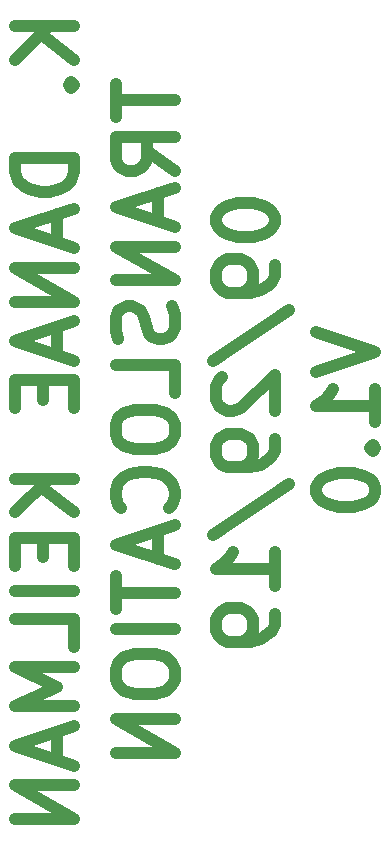
<source format=gbo>
G04 #@! TF.GenerationSoftware,KiCad,Pcbnew,(5.0.0-3-g5ebb6b6)*
G04 #@! TF.CreationDate,2019-09-30T16:34:02-06:00*
G04 #@! TF.ProjectId,VasulkaTranslocationPCB,566173756C6B615472616E736C6F6361,rev?*
G04 #@! TF.SameCoordinates,Original*
G04 #@! TF.FileFunction,Legend,Bot*
G04 #@! TF.FilePolarity,Positive*
%FSLAX46Y46*%
G04 Gerber Fmt 4.6, Leading zero omitted, Abs format (unit mm)*
G04 Created by KiCad (PCBNEW (5.0.0-3-g5ebb6b6)) date Monday, September 30, 2019 at 04:34:02 PM*
%MOMM*%
%LPD*%
G01*
G04 APERTURE LIST*
%ADD10C,1.000000*%
G04 APERTURE END LIST*
D10*
X118416904Y-128353571D02*
X113416904Y-128353571D01*
X118416904Y-131210714D02*
X115559761Y-129067857D01*
X113416904Y-131210714D02*
X116274047Y-128353571D01*
X117940714Y-133353571D02*
X118178809Y-133591666D01*
X118416904Y-133353571D01*
X118178809Y-133115476D01*
X117940714Y-133353571D01*
X118416904Y-133353571D01*
X118416904Y-139544047D02*
X113416904Y-139544047D01*
X113416904Y-140734523D01*
X113655000Y-141448809D01*
X114131190Y-141925000D01*
X114607380Y-142163095D01*
X115559761Y-142401190D01*
X116274047Y-142401190D01*
X117226428Y-142163095D01*
X117702619Y-141925000D01*
X118178809Y-141448809D01*
X118416904Y-140734523D01*
X118416904Y-139544047D01*
X116988333Y-144305952D02*
X116988333Y-146686904D01*
X118416904Y-143829761D02*
X113416904Y-145496428D01*
X118416904Y-147163095D01*
X118416904Y-148829761D02*
X113416904Y-148829761D01*
X118416904Y-151686904D01*
X113416904Y-151686904D01*
X116988333Y-153829761D02*
X116988333Y-156210714D01*
X118416904Y-153353571D02*
X113416904Y-155020238D01*
X118416904Y-156686904D01*
X115797857Y-158353571D02*
X115797857Y-160020238D01*
X118416904Y-160734523D02*
X118416904Y-158353571D01*
X113416904Y-158353571D01*
X113416904Y-160734523D01*
X118416904Y-166686904D02*
X113416904Y-166686904D01*
X118416904Y-169544047D02*
X115559761Y-167401190D01*
X113416904Y-169544047D02*
X116274047Y-166686904D01*
X115797857Y-171686904D02*
X115797857Y-173353571D01*
X118416904Y-174067857D02*
X118416904Y-171686904D01*
X113416904Y-171686904D01*
X113416904Y-174067857D01*
X118416904Y-176210714D02*
X113416904Y-176210714D01*
X118416904Y-180972619D02*
X118416904Y-178591666D01*
X113416904Y-178591666D01*
X118416904Y-182639285D02*
X113416904Y-182639285D01*
X116988333Y-184305952D01*
X113416904Y-185972619D01*
X118416904Y-185972619D01*
X116988333Y-188115476D02*
X116988333Y-190496428D01*
X118416904Y-187639285D02*
X113416904Y-189305952D01*
X118416904Y-190972619D01*
X118416904Y-192639285D02*
X113416904Y-192639285D01*
X118416904Y-195496428D01*
X113416904Y-195496428D01*
X121916904Y-133234523D02*
X121916904Y-136091666D01*
X126916904Y-134663095D02*
X121916904Y-134663095D01*
X126916904Y-140615476D02*
X124535952Y-138948809D01*
X126916904Y-137758333D02*
X121916904Y-137758333D01*
X121916904Y-139663095D01*
X122155000Y-140139285D01*
X122393095Y-140377380D01*
X122869285Y-140615476D01*
X123583571Y-140615476D01*
X124059761Y-140377380D01*
X124297857Y-140139285D01*
X124535952Y-139663095D01*
X124535952Y-137758333D01*
X125488333Y-142520238D02*
X125488333Y-144901190D01*
X126916904Y-142044047D02*
X121916904Y-143710714D01*
X126916904Y-145377380D01*
X126916904Y-147044047D02*
X121916904Y-147044047D01*
X126916904Y-149901190D01*
X121916904Y-149901190D01*
X126678809Y-152044047D02*
X126916904Y-152758333D01*
X126916904Y-153948809D01*
X126678809Y-154425000D01*
X126440714Y-154663095D01*
X125964523Y-154901190D01*
X125488333Y-154901190D01*
X125012142Y-154663095D01*
X124774047Y-154425000D01*
X124535952Y-153948809D01*
X124297857Y-152996428D01*
X124059761Y-152520238D01*
X123821666Y-152282142D01*
X123345476Y-152044047D01*
X122869285Y-152044047D01*
X122393095Y-152282142D01*
X122155000Y-152520238D01*
X121916904Y-152996428D01*
X121916904Y-154186904D01*
X122155000Y-154901190D01*
X126916904Y-159425000D02*
X126916904Y-157044047D01*
X121916904Y-157044047D01*
X121916904Y-162044047D02*
X121916904Y-162996428D01*
X122155000Y-163472619D01*
X122631190Y-163948809D01*
X123583571Y-164186904D01*
X125250238Y-164186904D01*
X126202619Y-163948809D01*
X126678809Y-163472619D01*
X126916904Y-162996428D01*
X126916904Y-162044047D01*
X126678809Y-161567857D01*
X126202619Y-161091666D01*
X125250238Y-160853571D01*
X123583571Y-160853571D01*
X122631190Y-161091666D01*
X122155000Y-161567857D01*
X121916904Y-162044047D01*
X126440714Y-169186904D02*
X126678809Y-168948809D01*
X126916904Y-168234523D01*
X126916904Y-167758333D01*
X126678809Y-167044047D01*
X126202619Y-166567857D01*
X125726428Y-166329761D01*
X124774047Y-166091666D01*
X124059761Y-166091666D01*
X123107380Y-166329761D01*
X122631190Y-166567857D01*
X122155000Y-167044047D01*
X121916904Y-167758333D01*
X121916904Y-168234523D01*
X122155000Y-168948809D01*
X122393095Y-169186904D01*
X125488333Y-171091666D02*
X125488333Y-173472619D01*
X126916904Y-170615476D02*
X121916904Y-172282142D01*
X126916904Y-173948809D01*
X121916904Y-174901190D02*
X121916904Y-177758333D01*
X126916904Y-176329761D02*
X121916904Y-176329761D01*
X126916904Y-179425000D02*
X121916904Y-179425000D01*
X121916904Y-182758333D02*
X121916904Y-183710714D01*
X122155000Y-184186904D01*
X122631190Y-184663095D01*
X123583571Y-184901190D01*
X125250238Y-184901190D01*
X126202619Y-184663095D01*
X126678809Y-184186904D01*
X126916904Y-183710714D01*
X126916904Y-182758333D01*
X126678809Y-182282142D01*
X126202619Y-181805952D01*
X125250238Y-181567857D01*
X123583571Y-181567857D01*
X122631190Y-181805952D01*
X122155000Y-182282142D01*
X121916904Y-182758333D01*
X126916904Y-187044047D02*
X121916904Y-187044047D01*
X126916904Y-189901190D01*
X121916904Y-189901190D01*
X130416904Y-144544047D02*
X130416904Y-145020238D01*
X130655000Y-145496428D01*
X130893095Y-145734523D01*
X131369285Y-145972619D01*
X132321666Y-146210714D01*
X133512142Y-146210714D01*
X134464523Y-145972619D01*
X134940714Y-145734523D01*
X135178809Y-145496428D01*
X135416904Y-145020238D01*
X135416904Y-144544047D01*
X135178809Y-144067857D01*
X134940714Y-143829761D01*
X134464523Y-143591666D01*
X133512142Y-143353571D01*
X132321666Y-143353571D01*
X131369285Y-143591666D01*
X130893095Y-143829761D01*
X130655000Y-144067857D01*
X130416904Y-144544047D01*
X135416904Y-148591666D02*
X135416904Y-149544047D01*
X135178809Y-150020238D01*
X134940714Y-150258333D01*
X134226428Y-150734523D01*
X133274047Y-150972619D01*
X131369285Y-150972619D01*
X130893095Y-150734523D01*
X130655000Y-150496428D01*
X130416904Y-150020238D01*
X130416904Y-149067857D01*
X130655000Y-148591666D01*
X130893095Y-148353571D01*
X131369285Y-148115476D01*
X132559761Y-148115476D01*
X133035952Y-148353571D01*
X133274047Y-148591666D01*
X133512142Y-149067857D01*
X133512142Y-150020238D01*
X133274047Y-150496428D01*
X133035952Y-150734523D01*
X132559761Y-150972619D01*
X130178809Y-156686904D02*
X136607380Y-152401190D01*
X130893095Y-158115476D02*
X130655000Y-158353571D01*
X130416904Y-158829761D01*
X130416904Y-160020238D01*
X130655000Y-160496428D01*
X130893095Y-160734523D01*
X131369285Y-160972619D01*
X131845476Y-160972619D01*
X132559761Y-160734523D01*
X135416904Y-157877380D01*
X135416904Y-160972619D01*
X135416904Y-163353571D02*
X135416904Y-164305952D01*
X135178809Y-164782142D01*
X134940714Y-165020238D01*
X134226428Y-165496428D01*
X133274047Y-165734523D01*
X131369285Y-165734523D01*
X130893095Y-165496428D01*
X130655000Y-165258333D01*
X130416904Y-164782142D01*
X130416904Y-163829761D01*
X130655000Y-163353571D01*
X130893095Y-163115476D01*
X131369285Y-162877380D01*
X132559761Y-162877380D01*
X133035952Y-163115476D01*
X133274047Y-163353571D01*
X133512142Y-163829761D01*
X133512142Y-164782142D01*
X133274047Y-165258333D01*
X133035952Y-165496428D01*
X132559761Y-165734523D01*
X130178809Y-171448809D02*
X136607380Y-167163095D01*
X135416904Y-175734523D02*
X135416904Y-172877380D01*
X135416904Y-174305952D02*
X130416904Y-174305952D01*
X131131190Y-173829761D01*
X131607380Y-173353571D01*
X131845476Y-172877380D01*
X135416904Y-178115476D02*
X135416904Y-179067857D01*
X135178809Y-179544047D01*
X134940714Y-179782142D01*
X134226428Y-180258333D01*
X133274047Y-180496428D01*
X131369285Y-180496428D01*
X130893095Y-180258333D01*
X130655000Y-180020238D01*
X130416904Y-179544047D01*
X130416904Y-178591666D01*
X130655000Y-178115476D01*
X130893095Y-177877380D01*
X131369285Y-177639285D01*
X132559761Y-177639285D01*
X133035952Y-177877380D01*
X133274047Y-178115476D01*
X133512142Y-178591666D01*
X133512142Y-179544047D01*
X133274047Y-180020238D01*
X133035952Y-180258333D01*
X132559761Y-180496428D01*
X138916904Y-154305952D02*
X143916904Y-155972619D01*
X138916904Y-157639285D01*
X143916904Y-161925000D02*
X143916904Y-159067857D01*
X143916904Y-160496428D02*
X138916904Y-160496428D01*
X139631190Y-160020238D01*
X140107380Y-159544047D01*
X140345476Y-159067857D01*
X143440714Y-164067857D02*
X143678809Y-164305952D01*
X143916904Y-164067857D01*
X143678809Y-163829761D01*
X143440714Y-164067857D01*
X143916904Y-164067857D01*
X138916904Y-167401190D02*
X138916904Y-167877380D01*
X139155000Y-168353571D01*
X139393095Y-168591666D01*
X139869285Y-168829761D01*
X140821666Y-169067857D01*
X142012142Y-169067857D01*
X142964523Y-168829761D01*
X143440714Y-168591666D01*
X143678809Y-168353571D01*
X143916904Y-167877380D01*
X143916904Y-167401190D01*
X143678809Y-166925000D01*
X143440714Y-166686904D01*
X142964523Y-166448809D01*
X142012142Y-166210714D01*
X140821666Y-166210714D01*
X139869285Y-166448809D01*
X139393095Y-166686904D01*
X139155000Y-166925000D01*
X138916904Y-167401190D01*
M02*

</source>
